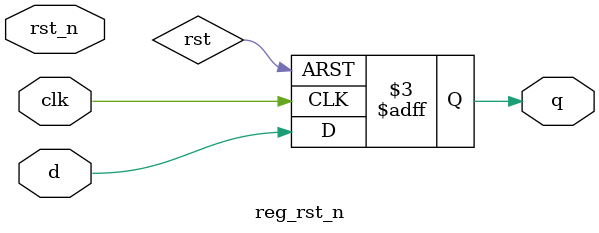
<source format=v>
module reg_rst_n
# (
    parameter w = 1
) 
(
    input                clk,
    input                rst_n,
    input      [w - 1:0] d,
    output reg [w - 1:0] q
);

    always @ (posedge clk or negedge rst)
        if (! rst)
            q <= { w { 1'b0 } };
        else
            q <= d;

endmodule

</source>
